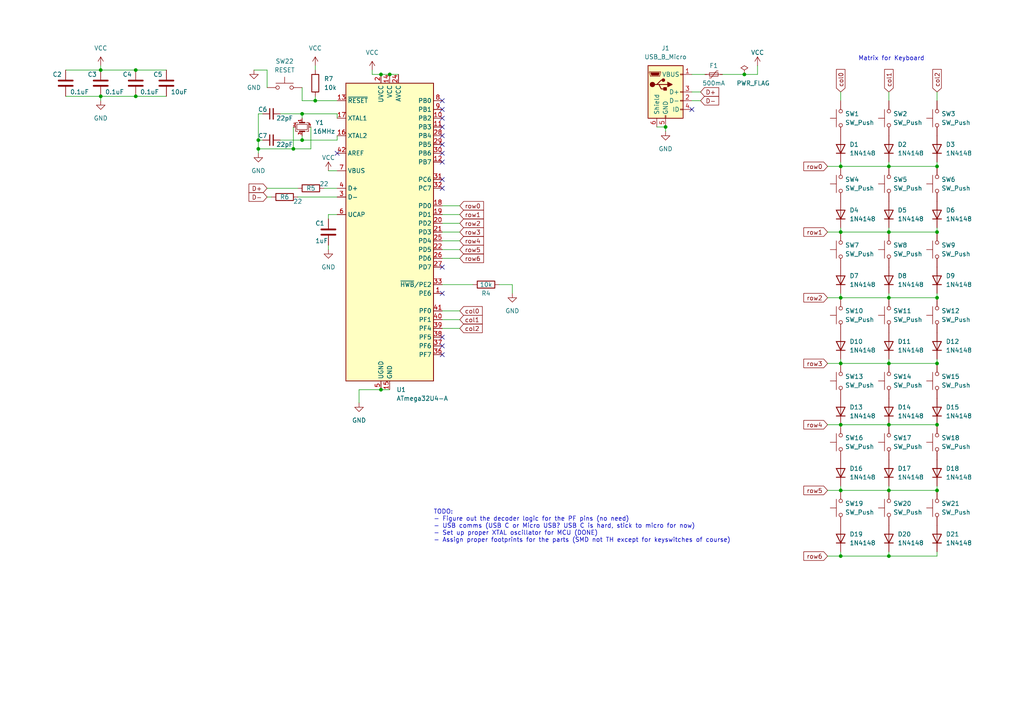
<source format=kicad_sch>
(kicad_sch (version 20230121) (generator eeschema)
  (paper "A4")
  (lib_symbols
    (symbol "Connector:USB_B_Micro" (pin_names (offset 1.016))
      (property "Reference" "J" (at -5.08 11.43 0))
      (property "Value" "USB_B_Micro" (at -5.08 8.89 0))
      (symbol "USB_B_Micro_0_1"
        (rectangle (start -5.08 -7.62) (end 5.08 7.62) (stroke (width 0.254)) (fill (type background)))
        (circle (center -3.81 2.159) (radius 0.635) (stroke (width 0.254)) (fill (type outline)))
        (circle (center -0.635 3.429) (radius 0.381) (stroke (width 0.254)) (fill (type outline)))
        (rectangle (start -0.127 -7.62) (end 0.127 -6.858))
        (polyline (pts (xy -1.905 2.159) (xy 0.635 2.159)) (stroke (width 0.254)))
        (polyline (pts (xy -3.175 2.159) (xy -2.54 2.159) (xy -1.27 3.429) (xy -0.635 3.429)) (stroke (width 0.254)))
        (polyline (pts (xy -2.54 2.159) (xy -1.905 2.159) (xy -1.27 0.889) (xy 0 0.889)) (stroke (width 0.254)))
        (polyline (pts (xy 0.635 2.794) (xy 0.635 1.524) (xy 1.905 2.159) (xy 0.635 2.794)) (stroke (width 0.254)) (fill (type outline)))
        (polyline (pts (xy -4.318 5.588) (xy -1.778 5.588) (xy -2.032 4.826) (xy -4.064 4.826) (xy -4.318 5.588)) (fill (type outline)))
        (polyline (pts (xy -4.699 5.842) (xy -4.699 5.588) (xy -4.445 4.826) (xy -4.445 4.572) (xy -1.651 4.572) (xy -1.651 4.826) (xy -1.397 5.588) (xy -1.397 5.842) (xy -4.699 5.842)))
        (rectangle (start 0.254 1.27) (end -0.508 0.508) (stroke (width 0.254)) (fill (type outline)))
        (rectangle (start 5.08 -5.207) (end 4.318 -4.953))
        (rectangle (start 5.08 -2.667) (end 4.318 -2.413))
        (rectangle (start 5.08 -0.127) (end 4.318 0.127))
        (rectangle (start 5.08 4.953) (end 4.318 5.207))
      )
      (symbol "USB_B_Micro_1_1"
        (pin power_out line (at 7.62 5.08 180) (length 2.54) (name "VBUS") (number "1"))
        (pin bidirectional line (at 7.62 -2.54 180) (length 2.54) (name "D-") (number "2"))
        (pin bidirectional line (at 7.62 0 180) (length 2.54) (name "D+") (number "3"))
        (pin passive line (at 7.62 -5.08 180) (length 2.54) (name "ID") (number "4"))
        (pin power_out line (at 0 -10.16 90) (length 2.54) (name "GND") (number "5"))
        (pin passive line (at -2.54 -10.16 90) (length 2.54) (name "Shield") (number "6"))
      )
    )
    (symbol "Device:C" (pin_numbers hide) (pin_names (offset 0.254))
      (property "Reference" "C" (at 0.635 2.54 0))
      (property "Value" "C" (at 0.635 -2.54 0))
      (symbol "C_0_1"
        (polyline (pts (xy -2.032 -0.762) (xy 2.032 -0.762)) (stroke (width 0.508)))
        (polyline (pts (xy -2.032 0.762) (xy 2.032 0.762)) (stroke (width 0.508)))
      )
      (symbol "C_1_1"
        (pin passive line (at 0 3.81 270) (length 2.794) (name "~") (number "1"))
        (pin passive line (at 0 -3.81 90) (length 2.794) (name "~") (number "2"))
      )
    )
    (symbol "Device:C_Small" (pin_numbers hide) (pin_names (offset 0.254) hide)
      (property "Reference" "C" (at 0.254 1.778 0))
      (property "Value" "C_Small" (at 0.254 -2.032 0))
      (symbol "C_Small_0_1"
        (polyline (pts (xy -1.524 -0.508) (xy 1.524 -0.508)) (stroke (width 0.3302)))
        (polyline (pts (xy -1.524 0.508) (xy 1.524 0.508)) (stroke (width 0.3048)))
      )
      (symbol "C_Small_1_1"
        (pin passive line (at 0 2.54 270) (length 2.032) (name "~") (number "1"))
        (pin passive line (at 0 -2.54 90) (length 2.032) (name "~") (number "2"))
      )
    )
    (symbol "Device:Crystal_GND24_Small" (pin_names (offset 1.016) hide)
      (property "Reference" "Y" (at 1.27 4.445 0))
      (property "Value" "Crystal_GND24_Small" (at 1.27 2.54 0))
      (symbol "Crystal_GND24_Small_0_1"
        (rectangle (start -0.762 -1.524) (end 0.762 1.524))
        (polyline (pts (xy -1.27 -0.762) (xy -1.27 0.762)) (stroke (width 0.381)))
        (polyline (pts (xy 1.27 -0.762) (xy 1.27 0.762)) (stroke (width 0.381)))
        (polyline (pts (xy -1.27 -1.27) (xy -1.27 -1.905) (xy 1.27 -1.905) (xy 1.27 -1.27)))
        (polyline (pts (xy -1.27 1.27) (xy -1.27 1.905) (xy 1.27 1.905) (xy 1.27 1.27)))
      )
      (symbol "Crystal_GND24_Small_1_1"
        (pin passive line (at -2.54 0 0) (length 1.27) (name "1") (number "1"))
        (pin passive line (at 0 -2.54 90) (length 0.635) (name "2") (number "2"))
        (pin passive line (at 2.54 0 180) (length 1.27) (name "3") (number "3"))
        (pin passive line (at 0 2.54 270) (length 0.635) (name "4") (number "4"))
      )
    )
    (symbol "Device:Polyfuse_Small" (pin_numbers hide) (pin_names (offset 0))
      (property "Reference" "F" (at -1.905 0 90))
      (property "Value" "Polyfuse_Small" (at 1.905 0 90))
      (symbol "Polyfuse_Small_0_1"
        (rectangle (start -0.508 1.27) (end 0.508 -1.27))
        (polyline (pts (xy 0 2.54) (xy 0 -2.54)))
        (polyline (pts (xy -1.016 1.27) (xy -1.016 0.762) (xy 1.016 -0.762) (xy 1.016 -1.27)))
      )
      (symbol "Polyfuse_Small_1_1"
        (pin passive line (at 0 2.54 270) (length 0.635) (name "~") (number "1"))
        (pin passive line (at 0 -2.54 90) (length 0.635) (name "~") (number "2"))
      )
    )
    (symbol "Device:R" (pin_numbers hide) (pin_names (offset 0))
      (property "Reference" "R" (at 2.032 0 90))
      (property "Value" "R" (at 0 0 90))
      (symbol "R_0_1"
        (rectangle (start -1.016 -2.54) (end 1.016 2.54) (stroke (width 0.254)))
      )
      (symbol "R_1_1"
        (pin passive line (at 0 3.81 270) (length 1.27) (name "~") (number "1"))
        (pin passive line (at 0 -3.81 90) (length 1.27) (name "~") (number "2"))
      )
    )
    (symbol "Diode:1N4148" (pin_numbers hide) (pin_names hide)
      (property "Reference" "D" (at 0 2.54 0))
      (property "Value" "1N4148" (at 0 -2.54 0))
      (symbol "1N4148_0_1"
        (polyline (pts (xy -1.27 1.27) (xy -1.27 -1.27)) (stroke (width 0.254)))
        (polyline (pts (xy 1.27 0) (xy -1.27 0)))
        (polyline (pts (xy 1.27 1.27) (xy 1.27 -1.27) (xy -1.27 0) (xy 1.27 1.27)) (stroke (width 0.254)))
      )
      (symbol "1N4148_1_1"
        (pin passive line (at -3.81 0 0) (length 2.54) (name "K") (number "1"))
        (pin passive line (at 3.81 0 180) (length 2.54) (name "A") (number "2"))
      )
    )
    (symbol "MCU_Microchip_ATmega:ATmega32U4-A"
      (property "Reference" "U" (at -12.7 44.45 0))
      (property "Value" "ATmega32U4-A" (at 2.54 -44.45 0))
      (symbol "ATmega32U4-A_0_1"
        (rectangle (start -12.7 -43.18) (end 12.7 43.18) (stroke (width 0.254)) (fill (type background)))
      )
      (symbol "ATmega32U4-A_1_1"
        (pin bidirectional line (at 15.24 -17.78 180) (length 2.54) (name "PE6") (number "1"))
        (pin bidirectional line (at 15.24 33.02 180) (length 2.54) (name "PB2") (number "10"))
        (pin bidirectional line (at 15.24 30.48 180) (length 2.54) (name "PB3") (number "11"))
        (pin bidirectional line (at 15.24 20.32 180) (length 2.54) (name "PB7") (number "12"))
        (pin input line (at -15.24 38.1 0) (length 2.54) (name "~{RESET}") (number "13"))
        (pin power_in line (at 0 45.72 270) (length 2.54) (name "VCC") (number "14"))
        (pin power_in line (at 0 -45.72 90) (length 2.54) (name "GND") (number "15"))
        (pin output line (at -15.24 27.94 0) (length 2.54) (name "XTAL2") (number "16"))
        (pin input line (at -15.24 33.02 0) (length 2.54) (name "XTAL1") (number "17"))
        (pin bidirectional line (at 15.24 7.62 180) (length 2.54) (name "PD0") (number "18"))
        (pin bidirectional line (at 15.24 5.08 180) (length 2.54) (name "PD1") (number "19"))
        (pin power_in line (at -2.54 45.72 270) (length 2.54) (name "UVCC") (number "2"))
        (pin bidirectional line (at 15.24 2.54 180) (length 2.54) (name "PD2") (number "20"))
        (pin bidirectional line (at 15.24 0 180) (length 2.54) (name "PD3") (number "21"))
        (pin bidirectional line (at 15.24 -5.08 180) (length 2.54) (name "PD5") (number "22"))
        (pin passive line (at 0 -45.72 90) (length 2.54) hide (name "GND") (number "23"))
        (pin power_in line (at 2.54 45.72 270) (length 2.54) (name "AVCC") (number "24"))
        (pin bidirectional line (at 15.24 -2.54 180) (length 2.54) (name "PD4") (number "25"))
        (pin bidirectional line (at 15.24 -7.62 180) (length 2.54) (name "PD6") (number "26"))
        (pin bidirectional line (at 15.24 -10.16 180) (length 2.54) (name "PD7") (number "27"))
        (pin bidirectional line (at 15.24 27.94 180) (length 2.54) (name "PB4") (number "28"))
        (pin bidirectional line (at 15.24 25.4 180) (length 2.54) (name "PB5") (number "29"))
        (pin bidirectional line (at -15.24 10.16 0) (length 2.54) (name "D-") (number "3"))
        (pin bidirectional line (at 15.24 22.86 180) (length 2.54) (name "PB6") (number "30"))
        (pin bidirectional line (at 15.24 15.24 180) (length 2.54) (name "PC6") (number "31"))
        (pin bidirectional line (at 15.24 12.7 180) (length 2.54) (name "PC7") (number "32"))
        (pin bidirectional line (at 15.24 -15.24 180) (length 2.54) (name "~{HWB}/PE2") (number "33"))
        (pin passive line (at 0 45.72 270) (length 2.54) hide (name "VCC") (number "34"))
        (pin passive line (at 0 -45.72 90) (length 2.54) hide (name "GND") (number "35"))
        (pin bidirectional line (at 15.24 -35.56 180) (length 2.54) (name "PF7") (number "36"))
        (pin bidirectional line (at 15.24 -33.02 180) (length 2.54) (name "PF6") (number "37"))
        (pin bidirectional line (at 15.24 -30.48 180) (length 2.54) (name "PF5") (number "38"))
        (pin bidirectional line (at 15.24 -27.94 180) (length 2.54) (name "PF4") (number "39"))
        (pin bidirectional line (at -15.24 12.7 0) (length 2.54) (name "D+") (number "4"))
        (pin bidirectional line (at 15.24 -25.4 180) (length 2.54) (name "PF1") (number "40"))
        (pin bidirectional line (at 15.24 -22.86 180) (length 2.54) (name "PF0") (number "41"))
        (pin passive line (at -15.24 22.86 0) (length 2.54) (name "AREF") (number "42"))
        (pin passive line (at 0 -45.72 90) (length 2.54) hide (name "GND") (number "43"))
        (pin passive line (at 2.54 45.72 270) (length 2.54) hide (name "AVCC") (number "44"))
        (pin passive line (at -2.54 -45.72 90) (length 2.54) (name "UGND") (number "5"))
        (pin passive line (at -15.24 5.08 0) (length 2.54) (name "UCAP") (number "6"))
        (pin input line (at -15.24 17.78 0) (length 2.54) (name "VBUS") (number "7"))
        (pin bidirectional line (at 15.24 38.1 180) (length 2.54) (name "PB0") (number "8"))
        (pin bidirectional line (at 15.24 35.56 180) (length 2.54) (name "PB1") (number "9"))
      )
    )
    (symbol "Switch:SW_Push" (pin_numbers hide) (pin_names (offset 1.016) hide)
      (property "Reference" "SW" (at 1.27 2.54 0))
      (property "Value" "SW_Push" (at 0 -1.524 0))
      (symbol "SW_Push_0_1"
        (circle (center -2.032 0) (radius 0.508))
        (polyline (pts (xy 0 1.27) (xy 0 3.048)))
        (polyline (pts (xy 2.54 1.27) (xy -2.54 1.27)))
        (circle (center 2.032 0) (radius 0.508))
        (pin passive line (at -5.08 0 0) (length 2.54) (name "1") (number "1"))
        (pin passive line (at 5.08 0 180) (length 2.54) (name "2") (number "2"))
      )
    )
    (symbol "power:GND" (power) (pin_names (offset 0))
      (property "Value" "GND" (at 0 -3.81 0))
      (symbol "GND_0_1"
        (polyline (pts (xy 0 0) (xy 0 -1.27) (xy 1.27 -1.27) (xy 0 -2.54) (xy -1.27 -1.27) (xy 0 -1.27)))
      )
      (symbol "GND_1_1"
        (pin power_in line (at 0 0 270) (length 0) hide (name "GND") (number "1"))
      )
    )
    (symbol "power:PWR_FLAG" (power) (pin_numbers hide) (pin_names (offset 0) hide)
      (property "Value" "PWR_FLAG" (at 0 3.81 0))
      (symbol "PWR_FLAG_0_0"
        (pin power_out line (at 0 0 90) (length 0) (name "pwr") (number "1"))
      )
      (symbol "PWR_FLAG_0_1"
        (polyline (pts (xy 0 0) (xy 0 1.27) (xy -1.016 1.905) (xy 0 2.54) (xy 1.016 1.905) (xy 0 1.27)))
      )
    )
    (symbol "power:VCC" (power) (pin_names (offset 0))
      (property "Value" "VCC" (at 0 3.81 0))
      (symbol "VCC_0_1"
        (polyline (pts (xy -0.762 1.27) (xy 0 2.54)))
        (polyline (pts (xy 0 0) (xy 0 2.54)))
        (polyline (pts (xy 0 2.54) (xy 0.762 1.27)))
      )
      (symbol "VCC_1_1"
        (pin power_in line (at 0 0 90) (length 0) hide (name "VCC") (number "1"))
      )
    )
  )
  (junction (at 257.81 67.31))
  (junction (at 243.84 86.36))
  (junction (at 215.9 21.59))
  (junction (at 243.84 67.31))
  (junction (at 257.81 48.26))
  (junction (at 271.78 142.24))
  (junction (at 257.81 86.36))
  (junction (at 271.78 105.41))
  (junction (at 110.49 21.59))
  (junction (at 74.93 40.64))
  (junction (at 87.63 40.64))
  (junction (at 243.84 161.29))
  (junction (at 271.78 48.26))
  (junction (at 29.21 27.94))
  (junction (at 271.78 123.19))
  (junction (at 39.37 27.94))
  (junction (at 257.81 142.24))
  (junction (at 193.04 36.83))
  (junction (at 74.93 43.18))
  (junction (at 257.81 161.29))
  (junction (at 39.37 20.32))
  (junction (at 29.21 20.32))
  (junction (at 257.81 105.41))
  (junction (at 243.84 48.26))
  (junction (at 113.03 21.59))
  (junction (at 87.63 33.02))
  (junction (at 271.78 86.36))
  (junction (at 257.81 123.19))
  (junction (at 243.84 105.41))
  (junction (at 85.09 43.18))
  (junction (at 243.84 123.19))
  (junction (at 271.78 67.31))
  (junction (at 110.49 113.03))
  (junction (at 91.44 29.21))
  (junction (at 243.84 142.24))
  (no_connect (at 128.27 34.29))
  (no_connect (at 128.27 100.33))
  (no_connect (at 97.79 44.45))
  (no_connect (at 128.27 39.37))
  (no_connect (at 128.27 31.75))
  (no_connect (at 128.27 97.79))
  (no_connect (at 128.27 85.09))
  (no_connect (at 128.27 29.21))
  (no_connect (at 128.27 77.47))
  (no_connect (at 128.27 52.07))
  (no_connect (at 128.27 54.61))
  (no_connect (at 128.27 36.83))
  (no_connect (at 128.27 41.91))
  (no_connect (at 128.27 44.45))
  (no_connect (at 200.66 31.75))
  (no_connect (at 128.27 102.87))
  (no_connect (at 128.27 46.99))
  (wire (pts (xy 243.84 48.26) (xy 257.81 48.26)))
  (wire (pts (xy 91.44 27.94) (xy 91.44 29.21)))
  (wire (pts (xy 107.95 20.32) (xy 107.95 21.59)))
  (wire (pts (xy 240.03 105.41) (xy 243.84 105.41)))
  (wire (pts (xy 90.17 43.18) (xy 85.09 43.18)))
  (wire (pts (xy 128.27 64.77) (xy 133.35 64.77)))
  (wire (pts (xy 243.84 140.97) (xy 243.84 142.24)))
  (wire (pts (xy 148.59 82.55) (xy 148.59 85.09)))
  (wire (pts (xy 243.84 123.19) (xy 257.81 123.19)))
  (wire (pts (xy 128.27 74.93) (xy 133.35 74.93)))
  (wire (pts (xy 243.84 26.67) (xy 243.84 29.21)))
  (wire (pts (xy 215.9 21.59) (xy 219.71 21.59)))
  (wire (pts (xy 97.79 40.64) (xy 97.79 39.37)))
  (wire (pts (xy 95.25 62.23) (xy 97.79 62.23)))
  (wire (pts (xy 243.84 142.24) (xy 257.81 142.24)))
  (wire (pts (xy 200.66 29.21) (xy 203.2 29.21)))
  (wire (pts (xy 240.03 48.26) (xy 243.84 48.26)))
  (wire (pts (xy 110.49 21.59) (xy 113.03 21.59)))
  (wire (pts (xy 128.27 69.85) (xy 133.35 69.85)))
  (wire (pts (xy 257.81 26.67) (xy 257.81 29.21)))
  (wire (pts (xy 271.78 142.24) (xy 271.78 140.97)))
  (wire (pts (xy 85.09 43.18) (xy 74.93 43.18)))
  (wire (pts (xy 128.27 67.31) (xy 133.35 67.31)))
  (wire (pts (xy 257.81 67.31) (xy 257.81 66.04)))
  (wire (pts (xy 240.03 123.19) (xy 243.84 123.19)))
  (wire (pts (xy 93.98 54.61) (xy 97.79 54.61)))
  (wire (pts (xy 257.81 123.19) (xy 271.78 123.19)))
  (wire (pts (xy 240.03 161.29) (xy 243.84 161.29)))
  (wire (pts (xy 257.81 142.24) (xy 271.78 142.24)))
  (wire (pts (xy 107.95 21.59) (xy 110.49 21.59)))
  (wire (pts (xy 128.27 95.25) (xy 133.35 95.25)))
  (wire (pts (xy 243.84 104.14) (xy 243.84 105.41)))
  (wire (pts (xy 97.79 33.02) (xy 97.79 34.29)))
  (wire (pts (xy 240.03 86.36) (xy 243.84 86.36)))
  (wire (pts (xy 257.81 105.41) (xy 257.81 104.14)))
  (wire (pts (xy 29.21 20.32) (xy 39.37 20.32)))
  (wire (pts (xy 243.84 160.02) (xy 243.84 161.29)))
  (wire (pts (xy 77.47 20.32) (xy 77.47 25.4)))
  (wire (pts (xy 29.21 19.05) (xy 29.21 20.32)))
  (wire (pts (xy 77.47 57.15) (xy 78.74 57.15)))
  (wire (pts (xy 257.81 161.29) (xy 257.81 160.02)))
  (wire (pts (xy 240.03 67.31) (xy 243.84 67.31)))
  (wire (pts (xy 243.84 85.09) (xy 243.84 86.36)))
  (wire (pts (xy 200.66 26.67) (xy 203.2 26.67)))
  (wire (pts (xy 29.21 27.94) (xy 29.21 29.21)))
  (wire (pts (xy 271.78 46.99) (xy 271.78 48.26)))
  (wire (pts (xy 219.71 21.59) (xy 219.71 19.05)))
  (wire (pts (xy 128.27 59.69) (xy 133.35 59.69)))
  (wire (pts (xy 243.84 105.41) (xy 257.81 105.41)))
  (wire (pts (xy 128.27 82.55) (xy 137.16 82.55)))
  (wire (pts (xy 74.93 40.64) (xy 76.2 40.64)))
  (wire (pts (xy 128.27 72.39) (xy 133.35 72.39)))
  (wire (pts (xy 257.81 86.36) (xy 271.78 86.36)))
  (wire (pts (xy 257.81 161.29) (xy 271.78 161.29)))
  (wire (pts (xy 39.37 20.32) (xy 48.26 20.32)))
  (wire (pts (xy 39.37 27.94) (xy 48.26 27.94)))
  (wire (pts (xy 257.81 48.26) (xy 271.78 48.26)))
  (wire (pts (xy 113.03 21.59) (xy 115.57 21.59)))
  (wire (pts (xy 257.81 105.41) (xy 271.78 105.41)))
  (wire (pts (xy 271.78 161.29) (xy 271.78 160.02)))
  (wire (pts (xy 76.2 33.02) (xy 74.93 33.02)))
  (wire (pts (xy 95.25 49.53) (xy 97.79 49.53)))
  (wire (pts (xy 95.25 63.5) (xy 95.25 62.23)))
  (wire (pts (xy 19.05 27.94) (xy 29.21 27.94)))
  (wire (pts (xy 104.14 113.03) (xy 110.49 113.03)))
  (wire (pts (xy 91.44 19.05) (xy 91.44 20.32)))
  (wire (pts (xy 87.63 33.02) (xy 97.79 33.02)))
  (wire (pts (xy 29.21 27.94) (xy 39.37 27.94)))
  (wire (pts (xy 243.84 46.99) (xy 243.84 48.26)))
  (wire (pts (xy 193.04 36.83) (xy 193.04 38.1)))
  (wire (pts (xy 243.84 67.31) (xy 257.81 67.31)))
  (wire (pts (xy 128.27 92.71) (xy 133.35 92.71)))
  (wire (pts (xy 95.25 71.12) (xy 95.25 72.39)))
  (wire (pts (xy 190.5 36.83) (xy 193.04 36.83)))
  (wire (pts (xy 74.93 43.18) (xy 74.93 44.45)))
  (wire (pts (xy 257.81 67.31) (xy 271.78 67.31)))
  (wire (pts (xy 87.63 29.21) (xy 91.44 29.21)))
  (wire (pts (xy 81.28 40.64) (xy 87.63 40.64)))
  (wire (pts (xy 73.66 20.32) (xy 77.47 20.32)))
  (wire (pts (xy 271.78 26.67) (xy 271.78 29.21)))
  (wire (pts (xy 243.84 86.36) (xy 257.81 86.36)))
  (wire (pts (xy 128.27 62.23) (xy 133.35 62.23)))
  (wire (pts (xy 144.78 82.55) (xy 148.59 82.55)))
  (wire (pts (xy 19.05 20.32) (xy 29.21 20.32)))
  (wire (pts (xy 87.63 39.37) (xy 87.63 40.64)))
  (wire (pts (xy 257.81 142.24) (xy 257.81 140.97)))
  (wire (pts (xy 74.93 33.02) (xy 74.93 40.64)))
  (wire (pts (xy 110.49 113.03) (xy 113.03 113.03)))
  (wire (pts (xy 77.47 54.61) (xy 86.36 54.61)))
  (wire (pts (xy 87.63 40.64) (xy 97.79 40.64)))
  (wire (pts (xy 271.78 67.31) (xy 271.78 66.04)))
  (wire (pts (xy 87.63 34.29) (xy 87.63 33.02)))
  (wire (pts (xy 271.78 86.36) (xy 271.78 85.09)))
  (wire (pts (xy 243.84 66.04) (xy 243.84 67.31)))
  (wire (pts (xy 74.93 40.64) (xy 74.93 43.18)))
  (wire (pts (xy 86.36 57.15) (xy 97.79 57.15)))
  (wire (pts (xy 257.81 86.36) (xy 257.81 85.09)))
  (wire (pts (xy 81.28 33.02) (xy 87.63 33.02)))
  (wire (pts (xy 90.17 36.83) (xy 90.17 43.18)))
  (wire (pts (xy 240.03 142.24) (xy 243.84 142.24)))
  (wire (pts (xy 200.66 21.59) (xy 204.47 21.59)))
  (wire (pts (xy 243.84 161.29) (xy 257.81 161.29)))
  (wire (pts (xy 87.63 25.4) (xy 87.63 29.21)))
  (wire (pts (xy 104.14 116.84) (xy 104.14 113.03)))
  (wire (pts (xy 209.55 21.59) (xy 215.9 21.59)))
  (wire (pts (xy 257.81 46.99) (xy 257.81 48.26)))
  (wire (pts (xy 85.09 36.83) (xy 85.09 43.18)))
  (wire (pts (xy 91.44 29.21) (xy 97.79 29.21)))
  (wire (pts (xy 271.78 105.41) (xy 271.78 104.14)))
  (wire (pts (xy 128.27 90.17) (xy 133.35 90.17)))
  (text "TODO:\n- Figure out the decoder logic for the PF pins (no need)\n- USB comms (USB C or Micro USB? USB C is hard, stick to micro for now)\n- Set up proper XTAL oscillator for MCU (DONE)\n- Assign proper footprints for the parts (SMD not TH except for keyswitches of course)" (at 125.73 157.48 0) (effects (font (size 1.27 1.27)) (justify left bottom)))
  (text "Matrix for Keyboard" (at 248.92 17.78 0) (effects (font (size 1.27 1.27)) (justify left bottom)))
  (global_label "row2" (shape input) (at 240.03 86.36 180) (property "Intersheetrefs" "${INTERSHEET_REFS}" (effects hide)))
  (global_label "row4" (shape input) (at 133.35 69.85 0) (property "Intersheetrefs" "${INTERSHEET_REFS}" (effects hide)))
  (global_label "col0" (shape input) (at 133.35 90.17 0) (property "Intersheetrefs" "${INTERSHEET_REFS}" (effects hide)))
  (global_label "col0" (shape input) (at 243.84 26.67 90) (property "Intersheetrefs" "${INTERSHEET_REFS}" (effects hide)))
  (global_label "row1" (shape input) (at 240.03 67.31 180) (property "Intersheetrefs" "${INTERSHEET_REFS}" (effects hide)))
  (global_label "D-" (shape input) (at 203.2 29.21 0) (property "Intersheetrefs" "${INTERSHEET_REFS}" (effects hide)))
  (global_label "col1" (shape input) (at 257.81 26.67 90) (property "Intersheetrefs" "${INTERSHEET_REFS}" (effects hide)))
  (global_label "row4" (shape input) (at 240.03 123.19 180) (property "Intersheetrefs" "${INTERSHEET_REFS}" (effects hide)))
  (global_label "row2" (shape input) (at 133.35 64.77 0) (property "Intersheetrefs" "${INTERSHEET_REFS}" (effects hide)))
  (global_label "D+" (shape input) (at 203.2 26.67 0) (property "Intersheetrefs" "${INTERSHEET_REFS}" (effects hide)))
  (global_label "row0" (shape input) (at 240.03 48.26 180) (property "Intersheetrefs" "${INTERSHEET_REFS}" (effects hide)))
  (global_label "col2" (shape input) (at 271.78 26.67 90) (property "Intersheetrefs" "${INTERSHEET_REFS}" (effects hide)))
  (global_label "col1" (shape input) (at 133.35 92.71 0) (property "Intersheetrefs" "${INTERSHEET_REFS}" (effects hide)))
  (global_label "D-" (shape input) (at 77.47 57.15 180) (property "Intersheetrefs" "${INTERSHEET_REFS}" (effects hide)))
  (global_label "row6" (shape input) (at 240.03 161.29 180) (property "Intersheetrefs" "${INTERSHEET_REFS}" (effects hide)))
  (global_label "row6" (shape input) (at 133.35 74.93 0) (property "Intersheetrefs" "${INTERSHEET_REFS}" (effects hide)))
  (global_label "row1" (shape input) (at 133.35 62.23 0) (property "Intersheetrefs" "${INTERSHEET_REFS}" (effects hide)))
  (global_label "row3" (shape input) (at 240.03 105.41 180) (property "Intersheetrefs" "${INTERSHEET_REFS}" (effects hide)))
  (global_label "D+" (shape input) (at 77.47 54.61 180) (property "Intersheetrefs" "${INTERSHEET_REFS}" (effects hide)))
  (global_label "col2" (shape input) (at 133.35 95.25 0) (property "Intersheetrefs" "${INTERSHEET_REFS}" (effects hide)))
  (global_label "row5" (shape input) (at 133.35 72.39 0) (property "Intersheetrefs" "${INTERSHEET_REFS}" (effects hide)))
  (global_label "row5" (shape input) (at 240.03 142.24 180) (property "Intersheetrefs" "${INTERSHEET_REFS}" (effects hide)))
  (global_label "row3" (shape input) (at 133.35 67.31 0) (property "Intersheetrefs" "${INTERSHEET_REFS}" (effects hide)))
  (global_label "row0" (shape input) (at 133.35 59.69 0) (property "Intersheetrefs" "${INTERSHEET_REFS}" (effects hide)))
  (symbol (lib_id "Device:C_Small") (at 78.74 40.64 90) (unit 1)
    (property "Reference" "C7" (at 76.2 39.37 90))
    (property "Value" "22pF" (at 82.55 41.91 90))
    (property "Footprint" "Capacitor_SMD:C_0805_2012Metric_Pad1.18x1.45mm_HandSolder" (effects hide))
  )
  (symbol (lib_id "Diode:1N4148") (at 257.81 81.28 90) (unit 1)
    (property "Reference" "D8" (at 260.35 80.01 90) (effects (justify right)))
    (property "Value" "1N4148" (at 260.35 82.55 90) (effects (justify right)))
    (property "Footprint" "Diode_SMD:D_SOD-123" (effects hide))
    (property "Datasheet" "https://assets.nexperia.com/documents/data-sheet/1N4148_1N4448.pdf" (effects hide))
    (property "Sim.Device" "D" (effects hide))
    (property "Sim.Pins" "1=K 2=A" (effects hide))
  )
  (symbol (lib_id "Device:C") (at 39.37 24.13 0) (unit 1)
    (property "Reference" "C4" (at 35.56 21.59 0) (effects (justify left)))
    (property "Value" "0.1uF" (at 40.64 26.67 0) (effects (justify left)))
    (property "Footprint" "Capacitor_SMD:C_0805_2012Metric_Pad1.18x1.45mm_HandSolder" (effects hide))
  )
  (symbol (lib_id "Diode:1N4148") (at 257.81 119.38 90) (unit 1)
    (property "Reference" "D14" (at 260.35 118.11 90) (effects (justify right)))
    (property "Value" "1N4148" (at 260.35 120.65 90) (effects (justify right)))
    (property "Footprint" "Diode_SMD:D_SOD-123" (effects hide))
    (property "Datasheet" "https://assets.nexperia.com/documents/data-sheet/1N4148_1N4448.pdf" (effects hide))
    (property "Sim.Device" "D" (effects hide))
    (property "Sim.Pins" "1=K 2=A" (effects hide))
  )
  (symbol (lib_id "power:VCC") (at 95.25 49.53 0) (unit 1)
    (property "Reference" "#PWR08" (effects hide))
    (property "Value" "VCC" (at 95.25 45.72 0))
  )
  (symbol (lib_id "Switch:SW_Push") (at 257.81 147.32 90) (unit 1)
    (property "Reference" "SW20" (at 259.08 146.05 90) (effects (justify right)))
    (property "Value" "SW_Push" (at 259.08 148.59 90) (effects (justify right)))
    (property "Footprint" "key-switches:SW_Gateron_LowProfile_THT" (effects hide))
  )
  (symbol (lib_id "Switch:SW_Push") (at 257.81 53.34 90) (unit 1)
    (property "Reference" "SW5" (at 259.08 52.07 90) (effects (justify right)))
    (property "Value" "SW_Push" (at 259.08 54.61 90) (effects (justify right)))
    (property "Footprint" "key-switches:SW_Gateron_LowProfile_THT" (effects hide))
  )
  (symbol (lib_id "MCU_Microchip_ATmega:ATmega32U4-A") (at 113.03 67.31 0) (unit 1)
    (property "Reference" "U1" (at 114.9859 113.03 0) (effects (justify left)))
    (property "Value" "ATmega32U4-A" (at 114.9859 115.57 0) (effects (justify left)))
    (property "Footprint" "Package_QFP:TQFP-44_10x10mm_P0.8mm" (effects hide))
    (property "Datasheet" "http://ww1.microchip.com/downloads/en/DeviceDoc/Atmel-7766-8-bit-AVR-ATmega16U4-32U4_Datasheet.pdf" (effects hide))
  )
  (symbol (lib_id "Switch:SW_Push") (at 243.84 53.34 90) (unit 1)
    (property "Reference" "SW4" (at 245.11 52.07 90) (effects (justify right)))
    (property "Value" "SW_Push" (at 245.11 54.61 90) (effects (justify right)))
    (property "Footprint" "key-switches:SW_Gateron_LowProfile_THT" (effects hide))
  )
  (symbol (lib_id "Diode:1N4148") (at 257.81 156.21 90) (unit 1)
    (property "Reference" "D20" (at 260.35 154.94 90) (effects (justify right)))
    (property "Value" "1N4148" (at 260.35 157.48 90) (effects (justify right)))
    (property "Footprint" "Diode_SMD:D_SOD-123" (effects hide))
    (property "Datasheet" "https://assets.nexperia.com/documents/data-sheet/1N4148_1N4448.pdf" (effects hide))
    (property "Sim.Device" "D" (effects hide))
    (property "Sim.Pins" "1=K 2=A" (effects hide))
  )
  (symbol (lib_id "Switch:SW_Push") (at 271.78 128.27 90) (unit 1)
    (property "Reference" "SW18" (at 273.05 127 90) (effects (justify right)))
    (property "Value" "SW_Push" (at 273.05 129.54 90) (effects (justify right)))
    (property "Footprint" "key-switches:SW_Gateron_LowProfile_THT" (effects hide))
  )
  (symbol (lib_id "power:GND") (at 193.04 38.1 0) (unit 1)
    (property "Reference" "#PWR01" (effects hide))
    (property "Value" "GND" (at 193.04 43.18 0))
  )
  (symbol (lib_id "Device:C_Small") (at 78.74 33.02 90) (unit 1)
    (property "Reference" "C6" (at 76.2 31.75 90))
    (property "Value" "22pF" (at 82.55 34.29 90))
    (property "Footprint" "Capacitor_SMD:C_0805_2012Metric_Pad1.18x1.45mm_HandSolder" (effects hide))
  )
  (symbol (lib_id "Switch:SW_Push") (at 271.78 110.49 90) (unit 1)
    (property "Reference" "SW15" (at 273.05 109.22 90) (effects (justify right)))
    (property "Value" "SW_Push" (at 273.05 111.76 90) (effects (justify right)))
    (property "Footprint" "key-switches:SW_Gateron_LowProfile_THT" (effects hide))
  )
  (symbol (lib_id "power:GND") (at 95.25 72.39 0) (unit 1)
    (property "Reference" "#PWR07" (effects hide))
    (property "Value" "GND" (at 95.25 77.47 0))
  )
  (symbol (lib_id "Switch:SW_Push") (at 271.78 72.39 90) (unit 1)
    (property "Reference" "SW9" (at 273.05 71.12 90) (effects (justify right)))
    (property "Value" "SW_Push" (at 273.05 73.66 90) (effects (justify right)))
    (property "Footprint" "key-switches:SW_Gateron_LowProfile_THT" (effects hide))
  )
  (symbol (lib_id "Switch:SW_Push") (at 243.84 147.32 90) (unit 1)
    (property "Reference" "SW19" (at 245.11 146.05 90) (effects (justify right)))
    (property "Value" "SW_Push" (at 245.11 148.59 90) (effects (justify right)))
    (property "Footprint" "key-switches:SW_Gateron_LowProfile_THT" (effects hide))
  )
  (symbol (lib_id "Device:C") (at 95.25 67.31 0) (unit 1)
    (property "Reference" "C1" (at 91.44 64.77 0) (effects (justify left)))
    (property "Value" "1uF" (at 91.44 69.85 0) (effects (justify left)))
    (property "Footprint" "Capacitor_SMD:C_0805_2012Metric_Pad1.18x1.45mm_HandSolder" (effects hide))
  )
  (symbol (lib_id "Diode:1N4148") (at 257.81 137.16 90) (unit 1)
    (property "Reference" "D17" (at 260.35 135.89 90) (effects (justify right)))
    (property "Value" "1N4148" (at 260.35 138.43 90) (effects (justify right)))
    (property "Footprint" "Diode_SMD:D_SOD-123" (effects hide))
    (property "Datasheet" "https://assets.nexperia.com/documents/data-sheet/1N4148_1N4448.pdf" (effects hide))
    (property "Sim.Device" "D" (effects hide))
    (property "Sim.Pins" "1=K 2=A" (effects hide))
  )
  (symbol (lib_id "Switch:SW_Push") (at 271.78 147.32 90) (unit 1)
    (property "Reference" "SW21" (at 273.05 146.05 90) (effects (justify right)))
    (property "Value" "SW_Push" (at 273.05 148.59 90) (effects (justify right)))
    (property "Footprint" "key-switches:SW_Gateron_LowProfile_THT" (effects hide))
  )
  (symbol (lib_id "Diode:1N4148") (at 257.81 43.18 90) (unit 1)
    (property "Reference" "D2" (at 260.35 41.91 90) (effects (justify right)))
    (property "Value" "1N4148" (at 260.35 44.45 90) (effects (justify right)))
    (property "Footprint" "Diode_SMD:D_SOD-123" (effects hide))
    (property "Datasheet" "https://assets.nexperia.com/documents/data-sheet/1N4148_1N4448.pdf" (effects hide))
    (property "Sim.Device" "D" (effects hide))
    (property "Sim.Pins" "1=K 2=A" (effects hide))
  )
  (symbol (lib_id "power:GND") (at 104.14 116.84 0) (unit 1)
    (property "Reference" "#PWR04" (effects hide))
    (property "Value" "GND" (at 104.14 121.92 0))
  )
  (symbol (lib_id "Diode:1N4148") (at 243.84 156.21 90) (unit 1)
    (property "Reference" "D19" (at 246.38 154.94 90) (effects (justify right)))
    (property "Value" "1N4148" (at 246.38 157.48 90) (effects (justify right)))
    (property "Footprint" "Diode_SMD:D_SOD-123" (effects hide))
    (property "Datasheet" "https://assets.nexperia.com/documents/data-sheet/1N4148_1N4448.pdf" (effects hide))
    (property "Sim.Device" "D" (effects hide))
    (property "Sim.Pins" "1=K 2=A" (effects hide))
  )
  (symbol (lib_id "Switch:SW_Push") (at 243.84 72.39 90) (unit 1)
    (property "Reference" "SW7" (at 245.11 71.12 90) (effects (justify right)))
    (property "Value" "SW_Push" (at 245.11 73.66 90) (effects (justify right)))
    (property "Footprint" "key-switches:SW_Gateron_LowProfile_THT" (effects hide))
  )
  (symbol (lib_id "power:GND") (at 74.93 44.45 0) (unit 1)
    (property "Reference" "#PWR013" (effects hide))
    (property "Value" "GND" (at 74.93 49.53 0))
  )
  (symbol (lib_id "Switch:SW_Push") (at 243.84 91.44 90) (unit 1)
    (property "Reference" "SW10" (at 245.11 90.17 90) (effects (justify right)))
    (property "Value" "SW_Push" (at 245.11 92.71 90) (effects (justify right)))
    (property "Footprint" "key-switches:SW_Gateron_LowProfile_THT" (effects hide))
  )
  (symbol (lib_id "power:VCC") (at 107.95 20.32 0) (unit 1)
    (property "Reference" "#PWR05" (effects hide))
    (property "Value" "VCC" (at 107.95 15.24 0))
  )
  (symbol (lib_id "Device:C") (at 29.21 24.13 0) (unit 1)
    (property "Reference" "C3" (at 25.4 21.59 0) (effects (justify left)))
    (property "Value" "0.1uF" (at 30.48 26.67 0) (effects (justify left)))
    (property "Footprint" "Capacitor_SMD:C_0805_2012Metric_Pad1.18x1.45mm_HandSolder" (effects hide))
  )
  (symbol (lib_id "Device:R") (at 140.97 82.55 90) (unit 1)
    (property "Reference" "R4" (at 140.97 85.09 90))
    (property "Value" "10k" (at 140.97 82.55 90))
    (property "Footprint" "Resistor_SMD:R_0805_2012Metric_Pad1.20x1.40mm_HandSolder" (effects hide))
  )
  (symbol (lib_id "Diode:1N4148") (at 271.78 62.23 90) (unit 1)
    (property "Reference" "D6" (at 274.32 60.96 90) (effects (justify right)))
    (property "Value" "1N4148" (at 274.32 63.5 90) (effects (justify right)))
    (property "Footprint" "Diode_SMD:D_SOD-123" (effects hide))
    (property "Datasheet" "https://assets.nexperia.com/documents/data-sheet/1N4148_1N4448.pdf" (effects hide))
    (property "Sim.Device" "D" (effects hide))
    (property "Sim.Pins" "1=K 2=A" (effects hide))
  )
  (symbol (lib_id "Switch:SW_Push") (at 243.84 34.29 90) (unit 1)
    (property "Reference" "SW1" (at 245.11 33.02 90) (effects (justify right)))
    (property "Value" "SW_Push" (at 245.11 35.56 90) (effects (justify right)))
    (property "Footprint" "key-switches:SW_Gateron_LowProfile_THT" (effects hide))
  )
  (symbol (lib_id "Diode:1N4148") (at 243.84 137.16 90) (unit 1)
    (property "Reference" "D16" (at 246.38 135.89 90) (effects (justify right)))
    (property "Value" "1N4148" (at 246.38 138.43 90) (effects (justify right)))
    (property "Footprint" "Diode_SMD:D_SOD-123" (effects hide))
    (property "Datasheet" "https://assets.nexperia.com/documents/data-sheet/1N4148_1N4448.pdf" (effects hide))
    (property "Sim.Device" "D" (effects hide))
    (property "Sim.Pins" "1=K 2=A" (effects hide))
  )
  (symbol (lib_id "Diode:1N4148") (at 271.78 119.38 90) (unit 1)
    (property "Reference" "D15" (at 274.32 118.11 90) (effects (justify right)))
    (property "Value" "1N4148" (at 274.32 120.65 90) (effects (justify right)))
    (property "Footprint" "Diode_SMD:D_SOD-123" (effects hide))
    (property "Datasheet" "https://assets.nexperia.com/documents/data-sheet/1N4148_1N4448.pdf" (effects hide))
    (property "Sim.Device" "D" (effects hide))
    (property "Sim.Pins" "1=K 2=A" (effects hide))
  )
  (symbol (lib_id "Switch:SW_Push") (at 271.78 53.34 90) (unit 1)
    (property "Reference" "SW6" (at 273.05 52.07 90) (effects (justify right)))
    (property "Value" "SW_Push" (at 273.05 54.61 90) (effects (justify right)))
    (property "Footprint" "key-switches:SW_Gateron_LowProfile_THT" (effects hide))
  )
  (symbol (lib_id "Switch:SW_Push") (at 257.81 128.27 90) (unit 1)
    (property "Reference" "SW17" (at 259.08 127 90) (effects (justify right)))
    (property "Value" "SW_Push" (at 259.08 129.54 90) (effects (justify right)))
    (property "Footprint" "key-switches:SW_Gateron_LowProfile_THT" (effects hide))
  )
  (symbol (lib_id "Diode:1N4148") (at 243.84 43.18 90) (unit 1)
    (property "Reference" "D1" (at 246.38 41.91 90) (effects (justify right)))
    (property "Value" "1N4148" (at 246.38 44.45 90) (effects (justify right)))
    (property "Footprint" "Diode_SMD:D_SOD-123" (effects hide))
    (property "Datasheet" "https://assets.nexperia.com/documents/data-sheet/1N4148_1N4448.pdf" (effects hide))
    (property "Sim.Device" "D" (effects hide))
    (property "Sim.Pins" "1=K 2=A" (effects hide))
  )
  (symbol (lib_id "Device:Polyfuse_Small") (at 207.01 21.59 90) (unit 1)
    (property "Reference" "F1" (at 207.01 19.05 90))
    (property "Value" "500mA" (at 207.01 24.13 90))
    (property "Footprint" "Fuse:Fuse_1206_3216Metric_Pad1.42x1.75mm_HandSolder" (effects hide))
  )
  (symbol (lib_id "power:PWR_FLAG") (at 215.9 21.59 0) (unit 1)
    (property "Reference" "#FLG01" (effects hide))
    (property "Value" "PWR_FLAG" (at 218.44 24.13 0))
  )
  (symbol (lib_id "power:VCC") (at 91.44 19.05 0) (unit 1)
    (property "Reference" "#PWR011" (effects hide))
    (property "Value" "VCC" (at 91.44 13.97 0))
  )
  (symbol (lib_id "power:GND") (at 29.21 29.21 0) (unit 1)
    (property "Reference" "#PWR010" (effects hide))
    (property "Value" "GND" (at 29.21 34.29 0))
  )
  (symbol (lib_id "Diode:1N4148") (at 243.84 62.23 90) (unit 1)
    (property "Reference" "D4" (at 246.38 60.96 90) (effects (justify right)))
    (property "Value" "1N4148" (at 246.38 63.5 90) (effects (justify right)))
    (property "Footprint" "Diode_SMD:D_SOD-123" (effects hide))
    (property "Datasheet" "https://assets.nexperia.com/documents/data-sheet/1N4148_1N4448.pdf" (effects hide))
    (property "Sim.Device" "D" (effects hide))
    (property "Sim.Pins" "1=K 2=A" (effects hide))
  )
  (symbol (lib_id "Device:R") (at 82.55 57.15 90) (unit 1)
    (property "Reference" "R6" (at 82.55 57.15 90))
    (property "Value" "22" (at 86.36 58.42 90))
    (property "Footprint" "Resistor_SMD:R_0805_2012Metric_Pad1.20x1.40mm_HandSolder" (effects hide))
  )
  (symbol (lib_id "Switch:SW_Push") (at 243.84 110.49 90) (unit 1)
    (property "Reference" "SW13" (at 245.11 109.22 90) (effects (justify right)))
    (property "Value" "SW_Push" (at 245.11 111.76 90) (effects (justify right)))
    (property "Footprint" "key-switches:SW_Gateron_LowProfile_THT" (effects hide))
  )
  (symbol (lib_id "Switch:SW_Push") (at 271.78 34.29 90) (unit 1)
    (property "Reference" "SW3" (at 273.05 33.02 90) (effects (justify right)))
    (property "Value" "SW_Push" (at 273.05 35.56 90) (effects (justify right)))
    (property "Footprint" "key-switches:SW_Gateron_LowProfile_THT" (effects hide))
  )
  (symbol (lib_id "Diode:1N4148") (at 271.78 156.21 90) (unit 1)
    (property "Reference" "D21" (at 274.32 154.94 90) (effects (justify right)))
    (property "Value" "1N4148" (at 274.32 157.48 90) (effects (justify right)))
    (property "Footprint" "Diode_SMD:D_SOD-123" (effects hide))
    (property "Datasheet" "https://assets.nexperia.com/documents/data-sheet/1N4148_1N4448.pdf" (effects hide))
    (property "Sim.Device" "D" (effects hide))
    (property "Sim.Pins" "1=K 2=A" (effects hide))
  )
  (symbol (lib_id "Diode:1N4148") (at 271.78 43.18 90) (unit 1)
    (property "Reference" "D3" (at 274.32 41.91 90) (effects (justify right)))
    (property "Value" "1N4148" (at 274.32 44.45 90) (effects (justify right)))
    (property "Footprint" "Diode_SMD:D_SOD-123" (effects hide))
    (property "Datasheet" "https://assets.nexperia.com/documents/data-sheet/1N4148_1N4448.pdf" (effects hide))
    (property "Sim.Device" "D" (effects hide))
    (property "Sim.Pins" "1=K 2=A" (effects hide))
  )
  (symbol (lib_id "Device:R") (at 91.44 24.13 180) (unit 1)
    (property "Reference" "R7" (at 93.98 22.86 0) (effects (justify right)))
    (property "Value" "10k" (at 93.98 25.4 0) (effects (justify right)))
    (property "Footprint" "Resistor_SMD:R_0805_2012Metric_Pad1.20x1.40mm_HandSolder" (effects hide))
  )
  (symbol (lib_id "Diode:1N4148") (at 257.81 62.23 90) (unit 1)
    (property "Reference" "D5" (at 260.35 60.96 90) (effects (justify right)))
    (property "Value" "1N4148" (at 260.35 63.5 90) (effects (justify right)))
    (property "Footprint" "Diode_SMD:D_SOD-123" (effects hide))
    (property "Datasheet" "https://assets.nexperia.com/documents/data-sheet/1N4148_1N4448.pdf" (effects hide))
    (property "Sim.Device" "D" (effects hide))
    (property "Sim.Pins" "1=K 2=A" (effects hide))
  )
  (symbol (lib_id "Diode:1N4148") (at 243.84 119.38 90) (unit 1)
    (property "Reference" "D13" (at 246.38 118.11 90) (effects (justify right)))
    (property "Value" "1N4148" (at 246.38 120.65 90) (effects (justify right)))
    (property "Footprint" "Diode_SMD:D_SOD-123" (effects hide))
    (property "Datasheet" "https://assets.nexperia.com/documents/data-sheet/1N4148_1N4448.pdf" (effects hide))
    (property "Sim.Device" "D" (effects hide))
    (property "Sim.Pins" "1=K 2=A" (effects hide))
  )
  (symbol (lib_id "Device:C") (at 48.26 24.13 0) (unit 1)
    (property "Reference" "C5" (at 44.45 21.59 0) (effects (justify left)))
    (property "Value" "10uF" (at 49.53 26.67 0) (effects (justify left)))
    (property "Footprint" "Capacitor_SMD:C_0805_2012Metric_Pad1.18x1.45mm_HandSolder" (effects hide))
  )
  (symbol (lib_id "Switch:SW_Push") (at 257.81 91.44 90) (unit 1)
    (property "Reference" "SW11" (at 259.08 90.17 90) (effects (justify right)))
    (property "Value" "SW_Push" (at 259.08 92.71 90) (effects (justify right)))
    (property "Footprint" "key-switches:SW_Gateron_LowProfile_THT" (effects hide))
  )
  (symbol (lib_id "Switch:SW_Push") (at 243.84 128.27 90) (unit 1)
    (property "Reference" "SW16" (at 245.11 127 90) (effects (justify right)))
    (property "Value" "SW_Push" (at 245.11 129.54 90) (effects (justify right)))
    (property "Footprint" "key-switches:SW_Gateron_LowProfile_THT" (effects hide))
  )
  (symbol (lib_id "Diode:1N4148") (at 271.78 81.28 90) (unit 1)
    (property "Reference" "D9" (at 274.32 80.01 90) (effects (justify right)))
    (property "Value" "1N4148" (at 274.32 82.55 90) (effects (justify right)))
    (property "Footprint" "Diode_SMD:D_SOD-123" (effects hide))
    (property "Datasheet" "https://assets.nexperia.com/documents/data-sheet/1N4148_1N4448.pdf" (effects hide))
    (property "Sim.Device" "D" (effects hide))
    (property "Sim.Pins" "1=K 2=A" (effects hide))
  )
  (symbol (lib_id "Switch:SW_Push") (at 82.55 25.4 0) (unit 1)
    (property "Reference" "SW22" (at 82.55 17.78 0))
    (property "Value" "RESET" (at 82.55 20.32 0))
    (property "Footprint" "Button_Switch_SMD:SW_Push_1P1T_XKB_TS-1187A" (effects hide))
  )
  (symbol (lib_id "Switch:SW_Push") (at 257.81 34.29 90) (unit 1)
    (property "Reference" "SW2" (at 259.08 33.02 90) (effects (justify right)))
    (property "Value" "SW_Push" (at 259.08 35.56 90) (effects (justify right)))
    (property "Footprint" "key-switches:SW_Gateron_LowProfile_THT" (effects hide))
  )
  (symbol (lib_id "Switch:SW_Push") (at 257.81 72.39 90) (unit 1)
    (property "Reference" "SW8" (at 259.08 71.12 90) (effects (justify right)))
    (property "Value" "SW_Push" (at 259.08 73.66 90) (effects (justify right)))
    (property "Footprint" "key-switches:SW_Gateron_LowProfile_THT" (effects hide))
  )
  (symbol (lib_id "power:GND") (at 73.66 20.32 0) (unit 1)
    (property "Reference" "#PWR012" (effects hide))
    (property "Value" "GND" (at 73.66 25.4 0))
  )
  (symbol (lib_id "Device:C") (at 19.05 24.13 0) (unit 1)
    (property "Reference" "C2" (at 15.24 21.59 0) (effects (justify left)))
    (property "Value" "0.1uF" (at 20.32 26.67 0) (effects (justify left)))
    (property "Footprint" "Capacitor_SMD:C_0805_2012Metric_Pad1.18x1.45mm_HandSolder" (effects hide))
  )
  (symbol (lib_id "Switch:SW_Push") (at 271.78 91.44 90) (unit 1)
    (property "Reference" "SW12" (at 273.05 90.17 90) (effects (justify right)))
    (property "Value" "SW_Push" (at 273.05 92.71 90) (effects (justify right)))
    (property "Footprint" "key-switches:SW_Gateron_LowProfile_THT" (effects hide))
  )
  (symbol (lib_id "Diode:1N4148") (at 257.81 100.33 90) (unit 1)
    (property "Reference" "D11" (at 260.35 99.06 90) (effects (justify right)))
    (property "Value" "1N4148" (at 260.35 101.6 90) (effects (justify right)))
    (property "Footprint" "Diode_SMD:D_SOD-123" (effects hide))
    (property "Datasheet" "https://assets.nexperia.com/documents/data-sheet/1N4148_1N4448.pdf" (effects hide))
    (property "Sim.Device" "D" (effects hide))
    (property "Sim.Pins" "1=K 2=A" (effects hide))
  )
  (symbol (lib_id "Diode:1N4148") (at 271.78 137.16 90) (unit 1)
    (property "Reference" "D18" (at 274.32 135.89 90) (effects (justify right)))
    (property "Value" "1N4148" (at 274.32 138.43 90) (effects (justify right)))
    (property "Footprint" "Diode_SMD:D_SOD-123" (effects hide))
    (property "Datasheet" "https://assets.nexperia.com/documents/data-sheet/1N4148_1N4448.pdf" (effects hide))
    (property "Sim.Device" "D" (effects hide))
    (property "Sim.Pins" "1=K 2=A" (effects hide))
  )
  (symbol (lib_id "Switch:SW_Push") (at 257.81 110.49 90) (unit 1)
    (property "Reference" "SW14" (at 259.08 109.22 90) (effects (justify right)))
    (property "Value" "SW_Push" (at 259.08 111.76 90) (effects (justify right)))
    (property "Footprint" "key-switches:SW_Gateron_LowProfile_THT" (effects hide))
  )
  (symbol (lib_id "Device:Crystal_GND24_Small") (at 87.63 36.83 270) (unit 1)
    (property "Reference" "Y1" (at 92.71 35.56 90))
    (property "Value" "16MHz" (at 93.98 38.1 90))
    (property "Footprint" "Crystal:Crystal_SMD_3225-4Pin_3.2x2.5mm_HandSoldering" (effects hide))
  )
  (symbol (lib_id "power:VCC") (at 29.21 19.05 0) (unit 1)
    (property "Reference" "#PWR09" (effects hide))
    (property "Value" "VCC" (at 29.21 13.97 0))
  )
  (symbol (lib_id "Diode:1N4148") (at 271.78 100.33 90) (unit 1)
    (property "Reference" "D12" (at 274.32 99.06 90) (effects (justify right)))
    (property "Value" "1N4148" (at 274.32 101.6 90) (effects (justify right)))
    (property "Footprint" "Diode_SMD:D_SOD-123" (effects hide))
    (property "Datasheet" "https://assets.nexperia.com/documents/data-sheet/1N4148_1N4448.pdf" (effects hide))
    (property "Sim.Device" "D" (effects hide))
    (property "Sim.Pins" "1=K 2=A" (effects hide))
  )
  (symbol (lib_id "Device:R") (at 90.17 54.61 90) (unit 1)
    (property "Reference" "R5" (at 90.17 54.61 90))
    (property "Value" "22" (at 93.98 53.34 90))
    (property "Footprint" "Resistor_SMD:R_0805_2012Metric_Pad1.20x1.40mm_HandSolder" (effects hide))
  )
  (symbol (lib_id "power:GND") (at 148.59 85.09 0) (unit 1)
    (property "Reference" "#PWR06" (effects hide))
    (property "Value" "GND" (at 148.59 90.17 0))
  )
  (symbol (lib_id "Diode:1N4148") (at 243.84 100.33 90) (unit 1)
    (property "Reference" "D10" (at 246.38 99.06 90) (effects (justify right)))
    (property "Value" "1N4148" (at 246.38 101.6 90) (effects (justify right)))
    (property "Footprint" "Diode_SMD:D_SOD-123" (effects hide))
    (property "Datasheet" "https://assets.nexperia.com/documents/data-sheet/1N4148_1N4448.pdf" (effects hide))
    (property "Sim.Device" "D" (effects hide))
    (property "Sim.Pins" "1=K 2=A" (effects hide))
  )
  (symbol (lib_id "Connector:USB_B_Micro") (at 193.04 26.67 0) (unit 1)
    (property "Reference" "J1" (at 193.04 13.97 0))
    (property "Value" "USB_B_Micro" (at 193.04 16.51 0))
    (property "Footprint" "Connector_USB:USB_Micro-B_Molex-105017-0001" (effects hide))
  )
  (symbol (lib_id "Diode:1N4148") (at 243.84 81.28 90) (unit 1)
    (property "Reference" "D7" (at 246.38 80.01 90) (effects (justify right)))
    (property "Value" "1N4148" (at 246.38 82.55 90) (effects (justify right)))
    (property "Footprint" "Diode_SMD:D_SOD-123" (effects hide))
    (property "Datasheet" "https://assets.nexperia.com/documents/data-sheet/1N4148_1N4448.pdf" (effects hide))
    (property "Sim.Device" "D" (effects hide))
    (property "Sim.Pins" "1=K 2=A" (effects hide))
  )
  (symbol (lib_id "power:VCC") (at 219.71 19.05 0) (unit 1)
    (property "Reference" "#PWR02" (effects hide))
    (property "Value" "VCC" (at 219.71 15.24 0))
  )
)
</source>
